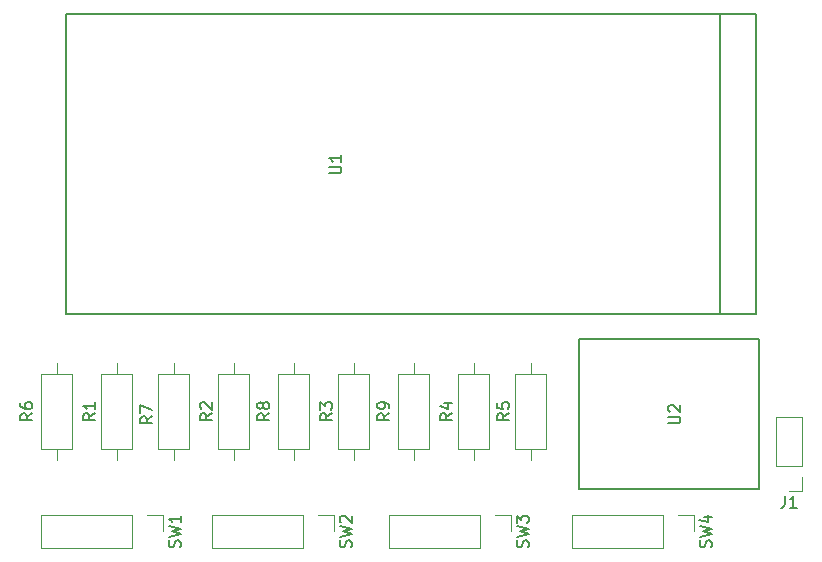
<source format=gbr>
G04 #@! TF.FileFunction,Legend,Top*
%FSLAX46Y46*%
G04 Gerber Fmt 4.6, Leading zero omitted, Abs format (unit mm)*
G04 Created by KiCad (PCBNEW 4.0.6) date Tue Sep 12 11:08:01 2017*
%MOMM*%
%LPD*%
G01*
G04 APERTURE LIST*
%ADD10C,0.100000*%
%ADD11C,0.200000*%
%ADD12C,0.120000*%
%ADD13C,0.150000*%
G04 APERTURE END LIST*
D10*
D11*
X141500000Y-94400000D02*
X141500000Y-69000000D01*
D12*
X148440000Y-107204000D02*
X148440000Y-103084000D01*
X148440000Y-103084000D02*
X146200000Y-103084000D01*
X146200000Y-103084000D02*
X146200000Y-107204000D01*
X146200000Y-107204000D02*
X148440000Y-107204000D01*
X148440000Y-108204000D02*
X148440000Y-109324000D01*
X148440000Y-109324000D02*
X147320000Y-109324000D01*
X89114000Y-105826000D02*
X91734000Y-105826000D01*
X91734000Y-105826000D02*
X91734000Y-99406000D01*
X91734000Y-99406000D02*
X89114000Y-99406000D01*
X89114000Y-99406000D02*
X89114000Y-105826000D01*
X90424000Y-106716000D02*
X90424000Y-105826000D01*
X90424000Y-98516000D02*
X90424000Y-99406000D01*
X99020000Y-105826000D02*
X101640000Y-105826000D01*
X101640000Y-105826000D02*
X101640000Y-99406000D01*
X101640000Y-99406000D02*
X99020000Y-99406000D01*
X99020000Y-99406000D02*
X99020000Y-105826000D01*
X100330000Y-106716000D02*
X100330000Y-105826000D01*
X100330000Y-98516000D02*
X100330000Y-99406000D01*
X109180000Y-105826000D02*
X111800000Y-105826000D01*
X111800000Y-105826000D02*
X111800000Y-99406000D01*
X111800000Y-99406000D02*
X109180000Y-99406000D01*
X109180000Y-99406000D02*
X109180000Y-105826000D01*
X110490000Y-106716000D02*
X110490000Y-105826000D01*
X110490000Y-98516000D02*
X110490000Y-99406000D01*
X119340000Y-105826000D02*
X121960000Y-105826000D01*
X121960000Y-105826000D02*
X121960000Y-99406000D01*
X121960000Y-99406000D02*
X119340000Y-99406000D01*
X119340000Y-99406000D02*
X119340000Y-105826000D01*
X120650000Y-106716000D02*
X120650000Y-105826000D01*
X120650000Y-98516000D02*
X120650000Y-99406000D01*
X124166000Y-105826000D02*
X126786000Y-105826000D01*
X126786000Y-105826000D02*
X126786000Y-99406000D01*
X126786000Y-99406000D02*
X124166000Y-99406000D01*
X124166000Y-99406000D02*
X124166000Y-105826000D01*
X125476000Y-106716000D02*
X125476000Y-105826000D01*
X125476000Y-98516000D02*
X125476000Y-99406000D01*
X86654000Y-99406000D02*
X84034000Y-99406000D01*
X84034000Y-99406000D02*
X84034000Y-105826000D01*
X84034000Y-105826000D02*
X86654000Y-105826000D01*
X86654000Y-105826000D02*
X86654000Y-99406000D01*
X85344000Y-98516000D02*
X85344000Y-99406000D01*
X85344000Y-106716000D02*
X85344000Y-105826000D01*
X96560000Y-99406000D02*
X93940000Y-99406000D01*
X93940000Y-99406000D02*
X93940000Y-105826000D01*
X93940000Y-105826000D02*
X96560000Y-105826000D01*
X96560000Y-105826000D02*
X96560000Y-99406000D01*
X95250000Y-98516000D02*
X95250000Y-99406000D01*
X95250000Y-106716000D02*
X95250000Y-105826000D01*
X106720000Y-99406000D02*
X104100000Y-99406000D01*
X104100000Y-99406000D02*
X104100000Y-105826000D01*
X104100000Y-105826000D02*
X106720000Y-105826000D01*
X106720000Y-105826000D02*
X106720000Y-99406000D01*
X105410000Y-98516000D02*
X105410000Y-99406000D01*
X105410000Y-106716000D02*
X105410000Y-105826000D01*
X116880000Y-99406000D02*
X114260000Y-99406000D01*
X114260000Y-99406000D02*
X114260000Y-105826000D01*
X114260000Y-105826000D02*
X116880000Y-105826000D01*
X116880000Y-105826000D02*
X116880000Y-99406000D01*
X115570000Y-98516000D02*
X115570000Y-99406000D01*
X115570000Y-106716000D02*
X115570000Y-105826000D01*
X91694000Y-111386000D02*
X83954000Y-111386000D01*
X83954000Y-111386000D02*
X83954000Y-114166000D01*
X83954000Y-114166000D02*
X91694000Y-114166000D01*
X91694000Y-114166000D02*
X91694000Y-111386000D01*
X92964000Y-111386000D02*
X94354000Y-111386000D01*
X94354000Y-111386000D02*
X94354000Y-112776000D01*
X106172000Y-111386000D02*
X98432000Y-111386000D01*
X98432000Y-111386000D02*
X98432000Y-114166000D01*
X98432000Y-114166000D02*
X106172000Y-114166000D01*
X106172000Y-114166000D02*
X106172000Y-111386000D01*
X107442000Y-111386000D02*
X108832000Y-111386000D01*
X108832000Y-111386000D02*
X108832000Y-112776000D01*
X121158000Y-111386000D02*
X113418000Y-111386000D01*
X113418000Y-111386000D02*
X113418000Y-114166000D01*
X113418000Y-114166000D02*
X121158000Y-114166000D01*
X121158000Y-114166000D02*
X121158000Y-111386000D01*
X122428000Y-111386000D02*
X123818000Y-111386000D01*
X123818000Y-111386000D02*
X123818000Y-112776000D01*
X136652000Y-111386000D02*
X128912000Y-111386000D01*
X128912000Y-111386000D02*
X128912000Y-114166000D01*
X128912000Y-114166000D02*
X136652000Y-114166000D01*
X136652000Y-114166000D02*
X136652000Y-111386000D01*
X137922000Y-111386000D02*
X139312000Y-111386000D01*
X139312000Y-111386000D02*
X139312000Y-112776000D01*
D13*
X86100000Y-94400000D02*
X144520000Y-94400000D01*
X144520000Y-94400000D02*
X144520000Y-69000000D01*
X144520000Y-69000000D02*
X86100000Y-69000000D01*
X86100000Y-69000000D02*
X86100000Y-94400000D01*
X129540000Y-109220000D02*
X129540000Y-96520000D01*
X129540000Y-96520000D02*
X144780000Y-96520000D01*
X144780000Y-96520000D02*
X144780000Y-109220000D01*
X144780000Y-109220000D02*
X129540000Y-109220000D01*
X146986667Y-109776381D02*
X146986667Y-110490667D01*
X146939047Y-110633524D01*
X146843809Y-110728762D01*
X146700952Y-110776381D01*
X146605714Y-110776381D01*
X147986667Y-110776381D02*
X147415238Y-110776381D01*
X147700952Y-110776381D02*
X147700952Y-109776381D01*
X147605714Y-109919238D01*
X147510476Y-110014476D01*
X147415238Y-110062095D01*
X88566381Y-102782666D02*
X88090190Y-103116000D01*
X88566381Y-103354095D02*
X87566381Y-103354095D01*
X87566381Y-102973142D01*
X87614000Y-102877904D01*
X87661619Y-102830285D01*
X87756857Y-102782666D01*
X87899714Y-102782666D01*
X87994952Y-102830285D01*
X88042571Y-102877904D01*
X88090190Y-102973142D01*
X88090190Y-103354095D01*
X88566381Y-101830285D02*
X88566381Y-102401714D01*
X88566381Y-102116000D02*
X87566381Y-102116000D01*
X87709238Y-102211238D01*
X87804476Y-102306476D01*
X87852095Y-102401714D01*
X98472381Y-102782666D02*
X97996190Y-103116000D01*
X98472381Y-103354095D02*
X97472381Y-103354095D01*
X97472381Y-102973142D01*
X97520000Y-102877904D01*
X97567619Y-102830285D01*
X97662857Y-102782666D01*
X97805714Y-102782666D01*
X97900952Y-102830285D01*
X97948571Y-102877904D01*
X97996190Y-102973142D01*
X97996190Y-103354095D01*
X97567619Y-102401714D02*
X97520000Y-102354095D01*
X97472381Y-102258857D01*
X97472381Y-102020761D01*
X97520000Y-101925523D01*
X97567619Y-101877904D01*
X97662857Y-101830285D01*
X97758095Y-101830285D01*
X97900952Y-101877904D01*
X98472381Y-102449333D01*
X98472381Y-101830285D01*
X108632381Y-102782666D02*
X108156190Y-103116000D01*
X108632381Y-103354095D02*
X107632381Y-103354095D01*
X107632381Y-102973142D01*
X107680000Y-102877904D01*
X107727619Y-102830285D01*
X107822857Y-102782666D01*
X107965714Y-102782666D01*
X108060952Y-102830285D01*
X108108571Y-102877904D01*
X108156190Y-102973142D01*
X108156190Y-103354095D01*
X107632381Y-102449333D02*
X107632381Y-101830285D01*
X108013333Y-102163619D01*
X108013333Y-102020761D01*
X108060952Y-101925523D01*
X108108571Y-101877904D01*
X108203810Y-101830285D01*
X108441905Y-101830285D01*
X108537143Y-101877904D01*
X108584762Y-101925523D01*
X108632381Y-102020761D01*
X108632381Y-102306476D01*
X108584762Y-102401714D01*
X108537143Y-102449333D01*
X118792381Y-102782666D02*
X118316190Y-103116000D01*
X118792381Y-103354095D02*
X117792381Y-103354095D01*
X117792381Y-102973142D01*
X117840000Y-102877904D01*
X117887619Y-102830285D01*
X117982857Y-102782666D01*
X118125714Y-102782666D01*
X118220952Y-102830285D01*
X118268571Y-102877904D01*
X118316190Y-102973142D01*
X118316190Y-103354095D01*
X118125714Y-101925523D02*
X118792381Y-101925523D01*
X117744762Y-102163619D02*
X118459048Y-102401714D01*
X118459048Y-101782666D01*
X123618381Y-102782666D02*
X123142190Y-103116000D01*
X123618381Y-103354095D02*
X122618381Y-103354095D01*
X122618381Y-102973142D01*
X122666000Y-102877904D01*
X122713619Y-102830285D01*
X122808857Y-102782666D01*
X122951714Y-102782666D01*
X123046952Y-102830285D01*
X123094571Y-102877904D01*
X123142190Y-102973142D01*
X123142190Y-103354095D01*
X122618381Y-101877904D02*
X122618381Y-102354095D01*
X123094571Y-102401714D01*
X123046952Y-102354095D01*
X122999333Y-102258857D01*
X122999333Y-102020761D01*
X123046952Y-101925523D01*
X123094571Y-101877904D01*
X123189810Y-101830285D01*
X123427905Y-101830285D01*
X123523143Y-101877904D01*
X123570762Y-101925523D01*
X123618381Y-102020761D01*
X123618381Y-102258857D01*
X123570762Y-102354095D01*
X123523143Y-102401714D01*
X83256381Y-102782666D02*
X82780190Y-103116000D01*
X83256381Y-103354095D02*
X82256381Y-103354095D01*
X82256381Y-102973142D01*
X82304000Y-102877904D01*
X82351619Y-102830285D01*
X82446857Y-102782666D01*
X82589714Y-102782666D01*
X82684952Y-102830285D01*
X82732571Y-102877904D01*
X82780190Y-102973142D01*
X82780190Y-103354095D01*
X82256381Y-101925523D02*
X82256381Y-102116000D01*
X82304000Y-102211238D01*
X82351619Y-102258857D01*
X82494476Y-102354095D01*
X82684952Y-102401714D01*
X83065905Y-102401714D01*
X83161143Y-102354095D01*
X83208762Y-102306476D01*
X83256381Y-102211238D01*
X83256381Y-102020761D01*
X83208762Y-101925523D01*
X83161143Y-101877904D01*
X83065905Y-101830285D01*
X82827810Y-101830285D01*
X82732571Y-101877904D01*
X82684952Y-101925523D01*
X82637333Y-102020761D01*
X82637333Y-102211238D01*
X82684952Y-102306476D01*
X82732571Y-102354095D01*
X82827810Y-102401714D01*
X93416381Y-103036666D02*
X92940190Y-103370000D01*
X93416381Y-103608095D02*
X92416381Y-103608095D01*
X92416381Y-103227142D01*
X92464000Y-103131904D01*
X92511619Y-103084285D01*
X92606857Y-103036666D01*
X92749714Y-103036666D01*
X92844952Y-103084285D01*
X92892571Y-103131904D01*
X92940190Y-103227142D01*
X92940190Y-103608095D01*
X92416381Y-102703333D02*
X92416381Y-102036666D01*
X93416381Y-102465238D01*
X103322381Y-102782666D02*
X102846190Y-103116000D01*
X103322381Y-103354095D02*
X102322381Y-103354095D01*
X102322381Y-102973142D01*
X102370000Y-102877904D01*
X102417619Y-102830285D01*
X102512857Y-102782666D01*
X102655714Y-102782666D01*
X102750952Y-102830285D01*
X102798571Y-102877904D01*
X102846190Y-102973142D01*
X102846190Y-103354095D01*
X102750952Y-102211238D02*
X102703333Y-102306476D01*
X102655714Y-102354095D01*
X102560476Y-102401714D01*
X102512857Y-102401714D01*
X102417619Y-102354095D01*
X102370000Y-102306476D01*
X102322381Y-102211238D01*
X102322381Y-102020761D01*
X102370000Y-101925523D01*
X102417619Y-101877904D01*
X102512857Y-101830285D01*
X102560476Y-101830285D01*
X102655714Y-101877904D01*
X102703333Y-101925523D01*
X102750952Y-102020761D01*
X102750952Y-102211238D01*
X102798571Y-102306476D01*
X102846190Y-102354095D01*
X102941429Y-102401714D01*
X103131905Y-102401714D01*
X103227143Y-102354095D01*
X103274762Y-102306476D01*
X103322381Y-102211238D01*
X103322381Y-102020761D01*
X103274762Y-101925523D01*
X103227143Y-101877904D01*
X103131905Y-101830285D01*
X102941429Y-101830285D01*
X102846190Y-101877904D01*
X102798571Y-101925523D01*
X102750952Y-102020761D01*
X113482381Y-102782666D02*
X113006190Y-103116000D01*
X113482381Y-103354095D02*
X112482381Y-103354095D01*
X112482381Y-102973142D01*
X112530000Y-102877904D01*
X112577619Y-102830285D01*
X112672857Y-102782666D01*
X112815714Y-102782666D01*
X112910952Y-102830285D01*
X112958571Y-102877904D01*
X113006190Y-102973142D01*
X113006190Y-103354095D01*
X113482381Y-102306476D02*
X113482381Y-102116000D01*
X113434762Y-102020761D01*
X113387143Y-101973142D01*
X113244286Y-101877904D01*
X113053810Y-101830285D01*
X112672857Y-101830285D01*
X112577619Y-101877904D01*
X112530000Y-101925523D01*
X112482381Y-102020761D01*
X112482381Y-102211238D01*
X112530000Y-102306476D01*
X112577619Y-102354095D01*
X112672857Y-102401714D01*
X112910952Y-102401714D01*
X113006190Y-102354095D01*
X113053810Y-102306476D01*
X113101429Y-102211238D01*
X113101429Y-102020761D01*
X113053810Y-101925523D01*
X113006190Y-101877904D01*
X112910952Y-101830285D01*
X95758762Y-114109333D02*
X95806381Y-113966476D01*
X95806381Y-113728380D01*
X95758762Y-113633142D01*
X95711143Y-113585523D01*
X95615905Y-113537904D01*
X95520667Y-113537904D01*
X95425429Y-113585523D01*
X95377810Y-113633142D01*
X95330190Y-113728380D01*
X95282571Y-113918857D01*
X95234952Y-114014095D01*
X95187333Y-114061714D01*
X95092095Y-114109333D01*
X94996857Y-114109333D01*
X94901619Y-114061714D01*
X94854000Y-114014095D01*
X94806381Y-113918857D01*
X94806381Y-113680761D01*
X94854000Y-113537904D01*
X94806381Y-113204571D02*
X95806381Y-112966476D01*
X95092095Y-112775999D01*
X95806381Y-112585523D01*
X94806381Y-112347428D01*
X95806381Y-111442666D02*
X95806381Y-112014095D01*
X95806381Y-111728381D02*
X94806381Y-111728381D01*
X94949238Y-111823619D01*
X95044476Y-111918857D01*
X95092095Y-112014095D01*
X110236762Y-114109333D02*
X110284381Y-113966476D01*
X110284381Y-113728380D01*
X110236762Y-113633142D01*
X110189143Y-113585523D01*
X110093905Y-113537904D01*
X109998667Y-113537904D01*
X109903429Y-113585523D01*
X109855810Y-113633142D01*
X109808190Y-113728380D01*
X109760571Y-113918857D01*
X109712952Y-114014095D01*
X109665333Y-114061714D01*
X109570095Y-114109333D01*
X109474857Y-114109333D01*
X109379619Y-114061714D01*
X109332000Y-114014095D01*
X109284381Y-113918857D01*
X109284381Y-113680761D01*
X109332000Y-113537904D01*
X109284381Y-113204571D02*
X110284381Y-112966476D01*
X109570095Y-112775999D01*
X110284381Y-112585523D01*
X109284381Y-112347428D01*
X109379619Y-112014095D02*
X109332000Y-111966476D01*
X109284381Y-111871238D01*
X109284381Y-111633142D01*
X109332000Y-111537904D01*
X109379619Y-111490285D01*
X109474857Y-111442666D01*
X109570095Y-111442666D01*
X109712952Y-111490285D01*
X110284381Y-112061714D01*
X110284381Y-111442666D01*
X125222762Y-114109333D02*
X125270381Y-113966476D01*
X125270381Y-113728380D01*
X125222762Y-113633142D01*
X125175143Y-113585523D01*
X125079905Y-113537904D01*
X124984667Y-113537904D01*
X124889429Y-113585523D01*
X124841810Y-113633142D01*
X124794190Y-113728380D01*
X124746571Y-113918857D01*
X124698952Y-114014095D01*
X124651333Y-114061714D01*
X124556095Y-114109333D01*
X124460857Y-114109333D01*
X124365619Y-114061714D01*
X124318000Y-114014095D01*
X124270381Y-113918857D01*
X124270381Y-113680761D01*
X124318000Y-113537904D01*
X124270381Y-113204571D02*
X125270381Y-112966476D01*
X124556095Y-112775999D01*
X125270381Y-112585523D01*
X124270381Y-112347428D01*
X124270381Y-112061714D02*
X124270381Y-111442666D01*
X124651333Y-111776000D01*
X124651333Y-111633142D01*
X124698952Y-111537904D01*
X124746571Y-111490285D01*
X124841810Y-111442666D01*
X125079905Y-111442666D01*
X125175143Y-111490285D01*
X125222762Y-111537904D01*
X125270381Y-111633142D01*
X125270381Y-111918857D01*
X125222762Y-112014095D01*
X125175143Y-112061714D01*
X140716762Y-114109333D02*
X140764381Y-113966476D01*
X140764381Y-113728380D01*
X140716762Y-113633142D01*
X140669143Y-113585523D01*
X140573905Y-113537904D01*
X140478667Y-113537904D01*
X140383429Y-113585523D01*
X140335810Y-113633142D01*
X140288190Y-113728380D01*
X140240571Y-113918857D01*
X140192952Y-114014095D01*
X140145333Y-114061714D01*
X140050095Y-114109333D01*
X139954857Y-114109333D01*
X139859619Y-114061714D01*
X139812000Y-114014095D01*
X139764381Y-113918857D01*
X139764381Y-113680761D01*
X139812000Y-113537904D01*
X139764381Y-113204571D02*
X140764381Y-112966476D01*
X140050095Y-112775999D01*
X140764381Y-112585523D01*
X139764381Y-112347428D01*
X140097714Y-111537904D02*
X140764381Y-111537904D01*
X139716762Y-111776000D02*
X140431048Y-112014095D01*
X140431048Y-111395047D01*
X108412381Y-82461905D02*
X109221905Y-82461905D01*
X109317143Y-82414286D01*
X109364762Y-82366667D01*
X109412381Y-82271429D01*
X109412381Y-82080952D01*
X109364762Y-81985714D01*
X109317143Y-81938095D01*
X109221905Y-81890476D01*
X108412381Y-81890476D01*
X109412381Y-80890476D02*
X109412381Y-81461905D01*
X109412381Y-81176191D02*
X108412381Y-81176191D01*
X108555238Y-81271429D01*
X108650476Y-81366667D01*
X108698095Y-81461905D01*
X137112381Y-103631905D02*
X137921905Y-103631905D01*
X138017143Y-103584286D01*
X138064762Y-103536667D01*
X138112381Y-103441429D01*
X138112381Y-103250952D01*
X138064762Y-103155714D01*
X138017143Y-103108095D01*
X137921905Y-103060476D01*
X137112381Y-103060476D01*
X137207619Y-102631905D02*
X137160000Y-102584286D01*
X137112381Y-102489048D01*
X137112381Y-102250952D01*
X137160000Y-102155714D01*
X137207619Y-102108095D01*
X137302857Y-102060476D01*
X137398095Y-102060476D01*
X137540952Y-102108095D01*
X138112381Y-102679524D01*
X138112381Y-102060476D01*
M02*

</source>
